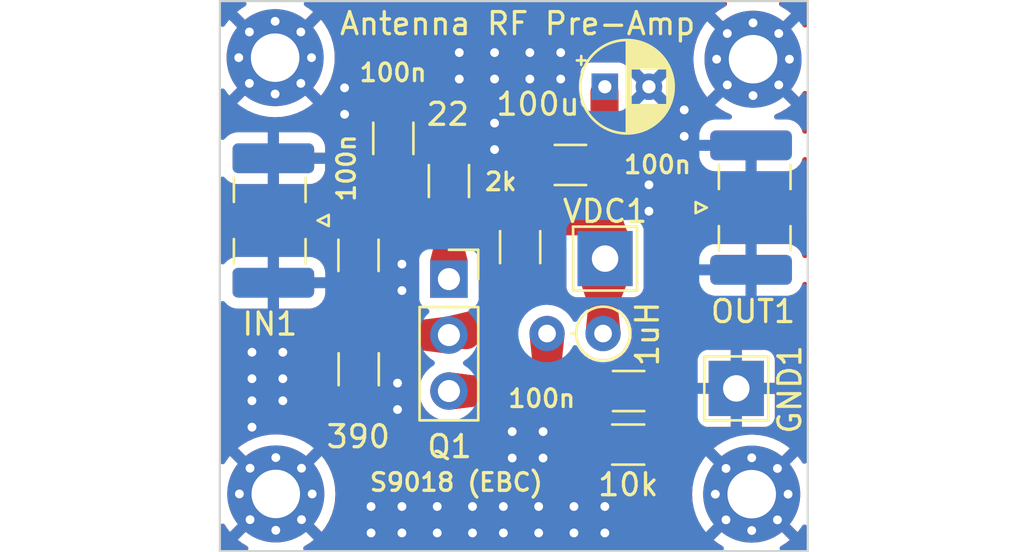
<source format=kicad_pcb>
(kicad_pcb (version 20240225) (generator "pcbnew") (generator_version "8.99")
  (layers (0 "F.Cu" signal) (31 "B.Cu" signal) (34 "B.Paste" user) (35 "F.Paste" user) (36 "B.SilkS" user "B.Silkscreen") (37 "F.SilkS" user "F.Silkscreen") (38 "B.Mask" user) (39 "F.Mask" user) (44 "Edge.Cuts" user))
  (net 0 "")
  (net 1 "GND")
  (net 2 "Net-(IN1-In)")
  (net 3 "Net-(OUT1-In)")
  (net 4 "+12V")
  (net 5 "Net-(Q1-B)")
  (net 6 "Net-(Q1-E)")
  (net 7 "Net-(Q1-C)")
  (footprint "Capacitor_SMD:C_1206_3216Metric_Pad1.33x1.80mm_HandSolder" (layer "F.Cu") (at 101.24 100.5)
    (property "Reference" "C2" (hide yes))
    (property "Value" "100n" (at 3.95 -0.01 180) (layer "F.SilkS") (effects (font (size 0.8 0.8))))
    (fp_line (start -0.711252 -0.91) (end 0.711252 -0.91) (stroke (width 0.12)) (layer "F.SilkS"))
    (fp_line (start -0.711252 0.91) (end 0.711252 0.91) (stroke (width 0.12)) (layer "F.SilkS"))
    (pad "1" smd roundrect (at -1.5625 0) (size 1.325 1.8) (layers "F.Cu" "F.Paste" "F.Mask") (roundrect_rratio 0.188679) (net 1 "GND"))
    (pad "2" smd roundrect (at 1.5625 0) (size 1.325 1.8) (layers "F.Cu" "F.Paste" "F.Mask") (roundrect_rratio 0.188679) (net 4 "+12V"))
  )
  (footprint "Resistor_SMD:R_1206_3216Metric_Pad1.30x1.75mm_HandSolder" (layer "F.Cu") (at 103.86 113.19)
    (property "Reference" "R2" (hide yes))
    (property "Value" "10k" (at 0 1.82 0) (layer "F.SilkS"))
    (fp_line (start -0.727064 -0.91) (end 0.727064 -0.91) (stroke (width 0.12)) (layer "F.SilkS"))
    (fp_line (start -0.727064 0.91) (end 0.727064 0.91) (stroke (width 0.12)) (layer "F.SilkS"))
    (pad "1" smd roundrect (at -1.55 0) (size 1.3 1.75) (layers "F.Cu" "F.Paste" "F.Mask") (roundrect_rratio 0.192308) (net 1 "GND"))
    (pad "2" smd roundrect (at 1.55 0) (size 1.3 1.75) (layers "F.Cu" "F.Paste" "F.Mask") (roundrect_rratio 0.192308) (net 3 "Net-(OUT1-In)"))
  )
  (footprint "TestPoint:TestPoint_THTPad_2.5x2.5mm_Drill1.2mm" (layer "F.Cu") (at 102.81 104.75)
    (property "Reference" "VDC1" (at 0 -2.148 0) (layer "F.SilkS"))
    (property "Value" "Conn_01x01" (hide yes))
    (fp_line (start -1.45 -1.45) (end 1.45 -1.45) (stroke (width 0.12)) (layer "F.SilkS"))
    (fp_line (start -1.45 1.45) (end -1.45 -1.45) (stroke (width 0.12)) (layer "F.SilkS"))
    (fp_line (start 1.45 -1.45) (end 1.45 1.45) (stroke (width 0.12)) (layer "F.SilkS"))
    (fp_line (start 1.45 1.45) (end -1.45 1.45) (stroke (width 0.12)) (layer "F.SilkS"))
    (pad "1" thru_hole rect (at 0 0) (size 2.5 2.5) (drill 1.2) (layers "*.Cu" "*.Mask") (net 4 "+12V"))
  )
  (footprint "Connector_PinSocket_2.54mm:PinSocket_1x03_P2.54mm_Vertical" (layer "F.Cu") (at 95.73 105.68)
    (property "Reference" "Q1" (at 0.03 7.6 0) (layer "F.SilkS"))
    (property "Value" "SS9018" (hide yes))
    (fp_line (start -1.33 1.27) (end -1.33 6.41) (stroke (width 0.12)) (layer "F.SilkS"))
    (fp_line (start -1.33 1.27) (end 1.33 1.27) (stroke (width 0.12)) (layer "F.SilkS"))
    (fp_line (start -1.33 6.41) (end 1.33 6.41) (stroke (width 0.12)) (layer "F.SilkS"))
    (fp_line (start 0 -1.33) (end 1.33 -1.33) (stroke (width 0.12)) (layer "F.SilkS"))
    (fp_line (start 1.33 -1.33) (end 1.33 0) (stroke (width 0.12)) (layer "F.SilkS"))
    (fp_line (start 1.33 1.27) (end 1.33 6.41) (stroke (width 0.12)) (layer "F.SilkS"))
    (pad "1" thru_hole rect (at 0 0) (size 1.7 1.7) (drill 1) (layers "*.Cu" "*.Mask") (net 6 "Net-(Q1-E)"))
    (pad "2" thru_hole oval (at 0 2.54) (size 1.7 1.7) (drill 1) (layers "*.Cu" "*.Mask") (net 5 "Net-(Q1-B)"))
    (pad "3" thru_hole oval (at 0 5.08) (size 1.7 1.7) (drill 1) (layers "*.Cu" "*.Mask") (net 7 "Net-(Q1-C)"))
  )
  (footprint "Capacitor_SMD:C_1206_3216Metric_Pad1.33x1.80mm_HandSolder" (layer "F.Cu") (at 91.63 104.6025 -90)
    (property "Reference" "C1" (hide yes))
    (property "Value" "100n" (at -3.9625 0.55 90) (layer "F.SilkS") (effects (font (size 0.8 0.8))))
    (fp_line (start -0.711252 0.91) (end 0.711252 0.91) (stroke (width 0.12)) (layer "F.SilkS"))
    (fp_line (start -0.711252 -0.91) (end 0.711252 -0.91) (stroke (width 0.12)) (layer "F.SilkS"))
    (pad "1" smd roundrect (at -1.5625 0 270) (size 1.325 1.8) (layers "F.Cu" "F.Paste" "F.Mask") (roundrect_rratio 0.188679) (net 2 "Net-(IN1-In)"))
    (pad "2" smd roundrect (at 1.5625 0 270) (size 1.325 1.8) (layers "F.Cu" "F.Paste" "F.Mask") (roundrect_rratio 0.188679) (net 5 "Net-(Q1-B)"))
  )
  (footprint "Resistor_SMD:R_1206_3216Metric_Pad1.30x1.75mm_HandSolder" (layer "F.Cu") (at 95.73 101.23 -90)
    (property "Reference" "R5" (hide yes))
    (property "Value" "22" (at -3.03 0.05 180) (layer "F.SilkS"))
    (fp_line (start -0.727064 0.91) (end 0.727064 0.91) (stroke (width 0.12)) (layer "F.SilkS"))
    (fp_line (start -0.727064 -0.91) (end 0.727064 -0.91) (stroke (width 0.12)) (layer "F.SilkS"))
    (pad "1" smd roundrect (at -1.55 0 270) (size 1.3 1.75) (layers "F.Cu" "F.Paste" "F.Mask") (roundrect_rratio 0.1923076923) (net 1 "GND"))
    (pad "2" smd roundrect (at 1.55 0 270) (size 1.3 1.75) (layers "F.Cu" "F.Paste" "F.Mask") (roundrect_rratio 0.1923076923) (net 6 "Net-(Q1-E)"))
  )
  (footprint "Connector_Coaxial:SMA_Samtec_SMA-J-P-H-ST-EM1_EdgeMount" (layer "F.Cu") (at 109.68 102.435)
    (property "Reference" "OUT1" (at -0.16 4.715 180) (layer "F.SilkS"))
    (property "Value" "SMA" (hide yes))
    (fp_line (start -2.76 -0.25) (end -2.76 0.25) (stroke (width 0.12)) (layer "F.SilkS"))
    (fp_line (start -2.76 0.25) (end -2.26 0) (stroke (width 0.12)) (layer "F.SilkS"))
    (fp_line (start -2.26 0) (end -2.76 -0.25) (stroke (width 0.12)) (layer "F.SilkS"))
    (fp_line (start -1.71 -0.84) (end -1.71 -1.95) (stroke (width 0.12)) (layer "F.SilkS"))
    (fp_line (start -1.71 1.95) (end -1.71 0.84) (stroke (width 0.12)) (layer "F.SilkS"))
    (fp_line (start 1.54 -0.84) (end 1.54 -1.95) (stroke (width 0.12)) (layer "F.SilkS"))
    (fp_line (start 1.54 1.95) (end 1.54 0.84) (stroke (width 0.12)) (layer "F.SilkS"))
    (pad "1" smd roundrect (at 0 0 90) (size 1.27 3.2) (layers "F.Cu" "F.Mask") (roundrect_rratio 0.1968503937) (net 3 "Net-(OUT1-In)"))
    (pad "2" smd roundrect (at -0.25 -2.825 90) (size 1.35 3.7) (layers "F.Cu" "F.Mask") (roundrect_rratio 0.1851851852) (net 1 "GND"))
    (pad "2" smd roundrect (at -0.25 -2.825 90) (size 1.35 3.7) (layers "B.Cu" "B.Mask") (roundrect_rratio 0.1851851852) (net 1 "GND"))
    (pad "2" smd roundrect (at -0.25 2.825 90) (size 1.35 3.7) (layers "F.Cu" "F.Mask") (roundrect_rratio 0.1851851852) (net 1 "GND"))
    (pad "2" smd roundrect (at -0.25 2.825 90) (size 1.35 3.7) (layers "B.Cu" "B.Mask") (roundrect_rratio 0.1851851852) (net 1 "GND"))
  )
  (footprint "Connector_Coaxial:SMA_Samtec_SMA-J-P-H-ST-EM1_EdgeMount" (layer "F.Cu") (at 87.52 103.02 180)
    (property "Reference" "IN1" (at -0.09 -4.7 0) (layer "F.SilkS"))
    (property "Value" "SMA")
    (fp_line (start 1.54 1.95) (end 1.54 0.84) (stroke (width 0.12)) (layer "F.SilkS"))
    (fp_line (start 1.54 -0.84) (end 1.54 -1.95) (stroke (width 0.12)) (layer "F.SilkS"))
    (fp_line (start -1.71 1.95) (end -1.71 0.84) (stroke (width 0.12)) (layer "F.SilkS"))
    (fp_line (start -1.71 -0.84) (end -1.71 -1.95) (stroke (width 0.12)) (layer "F.SilkS"))
    (fp_line (start -2.26 0) (end -2.76 -0.25) (stroke (width 0.12)) (layer "F.SilkS"))
    (fp_line (start -2.76 0.25) (end -2.26 0) (stroke (width 0.12)) (layer "F.SilkS"))
    (fp_line (start -2.76 -0.25) (end -2.76 0.25) (stroke (width 0.12)) (layer "F.SilkS"))
    (pad "1" smd roundrect (at 0 0 270) (size 1.27 3.2) (layers "F.Cu" "F.Mask") (roundrect_rratio 0.1968503937) (net 2 "Net-(IN1-In)"))
    (pad "2" smd roundrect (at -0.25 -2.825 270) (size 1.35 3.7) (layers "F.Cu" "F.Mask") (roundrect_rratio 0.1851851852) (net 1 "GND"))
    (pad "2" smd roundrect (at -0.25 -2.825 270) (size 1.35 3.7) (layers "B.Cu" "B.Mask") (roundrect_rratio 0.1851851852) (net 1 "GND"))
    (pad "2" smd roundrect (at -0.25 2.825 270) (size 1.35 3.7) (layers "F.Cu" "F.Mask") (roundrect_rratio 0.1851851852) (net 1 "GND"))
    (pad "2" smd roundrect (at -0.25 2.825 270) (size 1.35 3.7) (layers "B.Cu" "B.Mask") (roundrect_rratio 0.1851851852) (net 1 "GND"))
  )
  (footprint "MountingHole:MountingHole_2.2mm_M2_Pad_Via" (layer "F.Cu") (at 87.85 95.63)
    (property "Reference" "H1" (hide yes))
    (property "Value" "MountingHole_Pad" (hide yes))
    (pad "1" thru_hole circle (at -1.65 0) (size 0.7 0.7) (drill 0.4) (layers "*.Cu" "*.Mask") (net 1 "GND"))
    (pad "1" thru_hole circle (at -1.166726 -1.166726) (size 0.7 0.7) (drill 0.4) (layers "*.Cu" "*.Mask") (net 1 "GND"))
    (pad "1" thru_hole circle (at -1.166726 1.166726) (size 0.7 0.7) (drill 0.4) (layers "*.Cu" "*.Mask") (net 1 "GND"))
    (pad "1" thru_hole circle (at 0 -1.65) (size 0.7 0.7) (drill 0.4) (layers "*.Cu" "*.Mask") (net 1 "GND"))
    (pad "1" thru_hole circle (at 0 0) (size 4.4 4.4) (drill 2.2) (layers "*.Cu" "*.Mask") (net 1 "GND"))
    (pad "1" thru_hole circle (at 0 1.65) (size 0.7 0.7) (drill 0.4) (layers "*.Cu" "*.Mask") (net 1 "GND"))
    (pad "1" thru_hole circle (at 1.166726 -1.166726) (size 0.7 0.7) (drill 0.4) (layers "*.Cu" "*.Mask") (net 1 "GND"))
    (pad "1" thru_hole circle (at 1.166726 1.166726) (size 0.7 0.7) (drill 0.4) (layers "*.Cu" "*.Mask") (net 1 "GND"))
    (pad "1" thru_hole circle (at 1.65 0) (size 0.7 0.7) (drill 0.4) (layers "*.Cu" "*.Mask") (net 1 "GND"))
  )
  (footprint "Capacitor_THT:CP_Radial_D4.0mm_P2.00mm" (layer "F.Cu") (at 102.8 96.95)
    (property "Reference" "C3" (hide yes))
    (property "Value" "100u" (at -3.03 0.79 0) (layer "F.SilkS"))
    (fp_line (start -1.269801 -1.195) (end -0.869801 -1.195) (stroke (width 0.12)) (layer "F.SilkS"))
    (fp_line (start -1.069801 -1.395) (end -1.069801 -0.995) (stroke (width 0.12)) (layer "F.SilkS"))
    (fp_line (start 1 -2.08) (end 1 2.08) (stroke (width 0.12)) (layer "F.SilkS"))
    (fp_line (start 1.04 -2.08) (end 1.04 2.08) (stroke (width 0.12)) (layer "F.SilkS"))
    (fp_line (start 1.08 -2.079) (end 1.08 2.079) (stroke (width 0.12)) (layer "F.SilkS"))
    (fp_line (start 1.12 -2.077) (end 1.12 2.077) (stroke (width 0.12)) (layer "F.SilkS"))
    (fp_line (start 1.16 -2.074) (end 1.16 2.074) (stroke (width 0.12)) (layer "F.SilkS"))
    (fp_line (start 1.2 -2.071) (end 1.2 -0.84) (stroke (width 0.12)) (layer "F.SilkS"))
    (fp_line (start 1.2 0.84) (end 1.2 2.071) (stroke (width 0.12)) (layer "F.SilkS"))
    (fp_line (start 1.24 -2.067) (end 1.24 -0.84) (stroke (width 0.12)) (layer "F.SilkS"))
    (fp_line (start 1.24 0.84) (end 1.24 2.067) (stroke (width 0.12)) (layer "F.SilkS"))
    (fp_line (start 1.28 -2.062) (end 1.28 -0.84) (stroke (width 0.12)) (layer "F.SilkS"))
    (fp_line (start 1.28 0.84) (end 1.28 2.062) (stroke (width 0.12)) (layer "F.SilkS"))
    (fp_line (start 1.32 -2.056) (end 1.32 -0.84) (stroke (width 0.12)) (layer "F.SilkS"))
    (fp_line (start 1.32 0.84) (end 1.32 2.056) (stroke (width 0.12)) (layer "F.SilkS"))
    (fp_line (start 1.36 -2.05) (end 1.36 -0.84) (stroke (width 0.12)) (layer "F.SilkS"))
    (fp_line (start 1.36 0.84) (end 1.36 2.05) (stroke (width 0.12)) (layer "F.SilkS"))
    (fp_line (start 1.4 -2.042) (end 1.4 -0.84) (stroke (width 0.12)) (layer "F.SilkS"))
    (fp_line (start 1.4 0.84) (end 1.4 2.042) (stroke (width 0.12)) (layer "F.SilkS"))
    (fp_line (start 1.44 -2.034) (end 1.44 -0.84) (stroke (width 0.12)) (layer "F.SilkS"))
    (fp_line (start 1.44 0.84) (end 1.44 2.034) (stroke (width 0.12)) (layer "F.SilkS"))
    (fp_line (start 1.48 -2.025) (end 1.48 -0.84) (stroke (width 0.12)) (layer "F.SilkS"))
    (fp_line (start 1.48 0.84) (end 1.48 2.025) (stroke (width 0.12)) (layer "F.SilkS"))
    (fp_line (start 1.52 -2.016) (end 1.52 -0.84) (stroke (width 0.12)) (layer "F.SilkS"))
    (fp_line (start 1.52 0.84) (end 1.52 2.016) (stroke (width 0.12)) (layer "F.SilkS"))
    (fp_line (start 1.56 -2.005) (end 1.56 -0.84) (stroke (width 0.12)) (layer "F.SilkS"))
    (fp_line (start 1.56 0.84) (end 1.56 2.005) (stroke (width 0.12)) (layer "F.SilkS"))
    (fp_line (start 1.6 -1.994) (end 1.6 -0.84) (stroke (width 0.12)) (layer "F.SilkS"))
    (fp_line (start 1.6 0.84) (end 1.6 1.994) (stroke (width 0.12)) (layer "F.SilkS"))
    (fp_line (start 1.64 -1.982) (end 1.64 -0.84) (stroke (width 0.12)) (layer "F.SilkS"))
    (fp_line (start 1.64 0.84) (end 1.64 1.982) (stroke (width 0.12)) (layer "F.SilkS"))
    (fp_line (start 1.68 -1.968) (end 1.68 -0.84) (stroke (width 0.12)) (layer "F.SilkS"))
    (fp_line (start 1.68 0.84) (end 1.68 1.968) (stroke (width 0.12)) (layer "F.SilkS"))
    (fp_line (start 1.721 -1.954) (end 1.721 -0.84) (stroke (width 0.12)) (layer "F.SilkS"))
    (fp_line (start 1.721 0.84) (end 1.721 1.954) (stroke (width 0.12)) (layer "F.SilkS"))
    (fp_line (start 1.761 -1.94) (end 1.761 -0.84) (stroke (width 0.12)) (layer "F.SilkS"))
    (fp_line (start 1.761 0.84) (end 1.761 1.94) (stroke (width 0.12)) (layer "F.SilkS"))
    (fp_line (start 1.801 -1.924) (end 1.801 -0.84) (stroke (width 0.12)) (layer "F.SilkS"))
    (fp_line (start 1.801 0.84) (end 1.801 1.924) (stroke (width 0.12)) (layer "F.SilkS"))
    (fp_line (start 1.841 -1.907) (end 1.841 -0.84) (stroke (width 0.12)) (layer "F.SilkS"))
    (fp_line (start 1.841 0.84) (end 1.841 1.907) (stroke (width 0.12)) (layer "F.SilkS"))
    (fp_line (start 1.881 -1.889) (end 1.881 -0.84) (stroke (width 0.12)) (layer "F.SilkS"))
    (fp_line (start 1.881 0.84) (end 1.881 1.889) (stroke (width 0.12)) (layer "F.SilkS"))
    (fp_line (start 1.921 -1.87) (end 1.921 -0.84) (stroke (width 0.12)) (layer "F.SilkS"))
    (fp_line (start 1.921 0.84) (end 1.921 1.87) (stroke (width 0.12)) (layer "F.SilkS"))
    (fp_line (start 1.961 -1.851) (end 1.961 -0.84) (stroke (width 0.12)) (layer "F.SilkS"))
    (fp_line (start 1.961 0.84) (end 1.961 1.851) (stroke (width 0.12)) (layer "F.SilkS"))
    (fp_line (start 2.001 -1.83) (end 2.001 -0.84) (stroke (width 0.12)) (layer "F.SilkS"))
    (fp_line (start 2.001 0.84) (end 2.001 1.83) (stroke (width 0.12)) (layer "F.SilkS"))
    (fp_line (start 2.041 -1.808) (end 2.041 -0.84) (stroke (width 0.12)) (layer "F.SilkS"))
    (fp_line (start 2.041 0.84) (end 2.041 1.808) (stroke (width 0.12)) (layer "F.SilkS"))
    (fp_line (start 2.081 -1.785) (end 2.081 -0.84) (stroke (width 0.12)) (layer "F.SilkS"))
    (fp_line (start 2.081 0.84) (end 2.081 1.785) (stroke (width 0.12)) (layer "F.SilkS"))
    (fp_line (start 2.121 -1.76) (end 2.121 -0.84) (stroke (width 0.12)) (layer "F.SilkS"))
    (fp_line (start 2.121 0.84) (end 2.121 1.76) (stroke (width 0.12)) (layer "F.SilkS"))
    (fp_line (start 2.161 -1.735) (end 2.161 -0.84) (stroke (width 0.12)) (layer "F.SilkS"))
    (fp_line (start 2.161 0.84) (end 2.161 1.735) (stroke (width 0.12)) (layer "F.SilkS"))
    (fp_line (start 2.201 -1.708) (end 2.201 -0.84) (stroke (width 0.12)) (layer "F.SilkS"))
    (fp_line (start 2.201 0.84) (end 2.201 1.708) (stroke (width 0.12)) (layer "F.SilkS"))
    (fp_line (start 2.241 -1.68) (end 2.241 -0.84) (stroke (width 0.12)) (layer "F.SilkS"))
    (fp_line (start 2.241 0.84) (end 2.241 1.68) (stroke (width 0.12)) (layer "F.SilkS"))
    (fp_line (start 2.281 -1.65) (end 2.281 -0.84) (stroke (width 0.12)) (layer "F.SilkS"))
    (fp_line (start 2.281 0.84) (end 2.281 1.65) (stroke (width 0.12)) (layer "F.SilkS"))
    (fp_line (start 2.321 -1.619) (end 2.321 -0.84) (stroke (width 0.12)) (layer "F.SilkS"))
    (fp_line (start 2.321 0.84) (end 2.321 1.619) (stroke (width 0.12)) (layer "F.SilkS"))
    (fp_line (start 2.361 -1.587) (end 2.361 -0.84) (stroke (width 0.12)) (layer "F.SilkS"))
    (fp_line (start 2.361 0.84) (end 2.361 1.587) (stroke (width 0.12)) (layer "F.SilkS"))
    (fp_line (start 2.401 -1.552) (end 2.401 -0.84) (stroke (width 0.12)) (layer "F.SilkS"))
    (fp_line (start 2.401 0.84) (end 2.401 1.552) (stroke (width 0.12)) (layer "F.SilkS"))
    (fp_line (start 2.441 -1.516) (end 2.441 -0.84) (stroke (width 0.12)) (layer "F.SilkS"))
    (fp_line (start 2.441 0.84) (end 2.441 1.516) (stroke (width 0.12)) (layer "F.SilkS"))
    (fp_line (start 2.481 -1.478) (end 2.481 -0.84) (stroke (width 0.12)) (layer "F.SilkS"))
    (fp_line (start 2.481 0.84) (end 2.481 1.478) (stroke (width 0.12)) (layer "F.SilkS"))
    (fp_line (start 2.521 -1.438) (end 2.521 -0.84) (stroke (width 0.12)) (layer "F.SilkS"))
    (fp_line (start 2.521 0.84) (end 2.521 1.438) (stroke (width 0.12)) (layer "F.SilkS"))
    (fp_line (start 2.561 -1.396) (end 2.561 -0.84) (stroke (width 0.12)) (layer "F.SilkS"))
    (fp_line (start 2.561 0.84) (end 2.561 1.396) (stroke (width 0.12)) (layer "F.SilkS"))
    (fp_line (start 2.601 -1.351) (end 2.601 -0.84) (stroke (width 0.12)) (layer "F.SilkS"))
    (fp_line (start 2.601 0.84) (end 2.601 1.351) (stroke (width 0.12)) (layer "F.SilkS"))
    (fp_line (start 2.641 -1.304) (end 2.641 -0.84) (stroke (width 0.12)) (layer "F.SilkS"))
    (fp_line (start 2.641 0.84) (end 2.641 1.304) (stroke (width 0.12)) (layer "F.SilkS"))
    (fp_line (start 2.681 -1.254) (end 2.681 -0.84) (stroke (width 0.12)) (layer "F.SilkS"))
    (fp_line (start 2.681 0.84) (end 2.681 1.254) (stroke (width 0.12)) (layer "F.SilkS"))
    (fp_line (start 2.721 -1.2) (end 2.721 -0.84) (stroke (width 0.12)) (layer "F.SilkS"))
    (fp_line (start 2.721 0.84) (end 2.721 1.2) (stroke (width 0.12)) (layer "F.SilkS"))
    (fp_line (start 2.761 -1.142) (end 2.761 -0.84) (stroke (width 0.12)) (layer "F.SilkS"))
    (fp_line (start 2.761 0.84) (end 2.761 1.142) (stroke (width 0.12)) (layer "F.SilkS"))
    (fp_line (start 2.801 -1.08) (end 2.801 -0.84) (stroke (width 0.12)) (layer "F.SilkS"))
    (fp_line (start 2.801 0.84) (end 2.801 1.08) (stroke (width 0.12)) (layer "F.SilkS"))
    (fp_line (start 2.841 -1.013) (end 2.841 1.013) (stroke (width 0.12)) (layer "F.SilkS"))
    (fp_line (start 2.881 -0.94) (end 2.881 0.94) (stroke (width 0.12)) (layer "F.SilkS"))
    (fp_line (start 2.921 -0.859) (end 2.921 0.859) (stroke (width 0.12)) (layer "F.SilkS"))
    (fp_line (start 2.961 -0.768) (end 2.961 0.768) (stroke (width 0.12)) (layer "F.SilkS"))
    (fp_line (start 3.001 -0.664) (end 3.001 0.664) (stroke (width 0.12)) (layer "F.SilkS"))
    (fp_line (start 3.041 -0.537) (end 3.041 0.537) (stroke (width 0.12)) (layer "F.SilkS"))
    (fp_line (start 3.081 -0.37) (end 3.081 0.37) (stroke (width 0.12)) (layer "F.SilkS"))
    (fp_circle (center 1 0) (end 3.12 0) (stroke (width 0.12)) (fill none) (layer "F.SilkS"))
    (pad "1" thru_hole rect (at 0 0) (size 1.2 1.2) (drill 0.6) (layers "*.Cu" "*.Mask") (net 4 "+12V"))
    (pad "2" thru_hole circle (at 2 0) (size 1.2 1.2) (drill 0.6) (layers "*.Cu" "*.Mask") (net 1 "GND"))
  )
  (footprint "TestPoint:TestPoint_THTPad_2.5x2.5mm_Drill1.2mm" (layer "F.Cu") (at 108.76 110.64)
    (property "Reference" "GND1" (at 2.43 0.05 90) (layer "F.SilkS"))
    (property "Value" "Conn_01x01" (hide yes))
    (fp_line (start -1.45 -1.45) (end 1.45 -1.45) (stroke (width 0.12)) (layer "F.SilkS"))
    (fp_line (start -1.45 1.45) (end -1.45 -1.45) (stroke (width 0.12)) (layer "F.SilkS"))
    (fp_line (start 1.45 -1.45) (end 1.45 1.45) (stroke (width 0.12)) (layer "F.SilkS"))
    (fp_line (start 1.45 1.45) (end -1.45 1.45) (stroke (width 0.12)) (layer "F.SilkS"))
    (pad "1" thru_hole rect (at 0 0) (size 2.5 2.5) (drill 1.2) (layers "*.Cu" "*.Mask") (net 1 "GND"))
  )
  (footprint "MountingHole:MountingHole_2.2mm_M2_Pad_Via" (layer "F.Cu") (at 109.52 95.7)
    (property "Reference" "H2" (hide yes))
    (property "Value" "MountingHole_Pad" (hide yes))
    (pad "1" thru_hole circle (at -1.65 0) (size 0.7 0.7) (drill 0.4) (layers "*.Cu" "*.Mask") (net 1 "GND"))
    (pad "1" thru_hole circle (at -1.166726 -1.166726) (size 0.7 0.7) (drill 0.4) (layers "*.Cu" "*.Mask") (net 1 "GND"))
    (pad "1" thru_hole circle (at -1.166726 1.166726) (size 0.7 0.7) (drill 0.4) (layers "*.Cu" "*.Mask") (net 1 "GND"))
    (pad "1" thru_hole circle (at 0 -1.65) (size 0.7 0.7) (drill 0.4) (layers "*.Cu" "*.Mask") (net 1 "GND"))
    (pad "1" thru_hole circle (at 0 0) (size 4.4 4.4) (drill 2.2) (layers "*.Cu" "*.Mask") (net 1 "GND"))
    (pad "1" thru_hole circle (at 0 1.65) (size 0.7 0.7) (drill 0.4) (layers "*.Cu" "*.Mask") (net 1 "GND"))
    (pad "1" thru_hole circle (at 1.166726 -1.166726) (size 0.7 0.7) (drill 0.4) (layers "*.Cu" "*.Mask") (net 1 "GND"))
    (pad "1" thru_hole circle (at 1.166726 1.166726) (size 0.7 0.7) (drill 0.4) (layers "*.Cu" "*.Mask") (net 1 "GND"))
    (pad "1" thru_hole circle (at 1.65 0) (size 0.7 0.7) (drill 0.4) (layers "*.Cu" "*.Mask") (net 1 "GND"))
  )
  (footprint "Capacitor_SMD:C_1206_3216Metric_Pad1.33x1.80mm_HandSolder" (layer "F.Cu") (at 103.88 110.76)
    (property "Reference" "C5" (hide yes))
    (property "Value" "100n" (at -3.94 0.34 0) (layer "F.SilkS") (effects (font (size 0.8 0.8))))
    (fp_line (start -0.711252 -0.91) (end 0.711252 -0.91) (stroke (width 0.12)) (layer "F.SilkS"))
    (fp_line (start -0.711252 0.91) (end 0.711252 0.91) (stroke (width 0.12)) (layer "F.SilkS"))
    (pad "1" smd roundrect (at -1.5625 0) (size 1.325 1.8) (layers "F.Cu" "F.Paste" "F.Mask") (roundrect_rratio 0.188679) (net 7 "Net-(Q1-C)"))
    (pad "2" smd roundrect (at 1.5625 0) (size 1.325 1.8) (layers "F.Cu" "F.Paste" "F.Mask") (roundrect_rratio 0.188679) (net 3 "Net-(OUT1-In)"))
  )
  (footprint "Capacitor_SMD:C_1206_3216Metric_Pad1.33x1.80mm_HandSolder" (layer "F.Cu") (at 93.21 99.2925 -90)
    (property "Reference" "C4" (hide yes))
    (property "Value" "100n" (at -2.9825 0.01 180) (layer "F.SilkS") (effects (font (size 0.8 0.8))))
    (fp_line (start -0.711252 0.91) (end 0.711252 0.91) (stroke (width 0.12)) (layer "F.SilkS"))
    (fp_line (start -0.711252 -0.91) (end 0.711252 -0.91) (stroke (width 0.12)) (layer "F.SilkS"))
    (pad "1" smd roundrect (at -1.5625 0 270) (size 1.325 1.8) (layers "F.Cu" "F.Paste" "F.Mask") (roundrect_rratio 0.188679) (net 1 "GND"))
    (pad "2" smd roundrect (at 1.5625 0 270) (size 1.325 1.8) (layers "F.Cu" "F.Paste" "F.Mask") (roundrect_rratio 0.188679) (net 6 "Net-(Q1-E)"))
  )
  (footprint "MountingHole:MountingHole_2.2mm_M2_Pad_Via" (layer "F.Cu") (at 87.88 115.43)
    (property "Reference" "H3" (hide yes))
    (property "Value" "MountingHole_Pad" (hide yes))
    (pad "1" thru_hole circle (at -1.65 0) (size 0.7 0.7) (drill 0.4) (layers "*.Cu" "*.Mask") (net 1 "GND"))
    (pad "1" thru_hole circle (at -1.166726 -1.166726) (size 0.7 0.7) (drill 0.4) (layers "*.Cu" "*.Mask") (net 1 "GND"))
    (pad "1" thru_hole circle (at -1.166726 1.166726) (size 0.7 0.7) (drill 0.4) (layers "*.Cu" "*.Mask") (net 1 "GND"))
    (pad "1" thru_hole circle (at 0 -1.65) (size 0.7 0.7) (drill 0.4) (layers "*.Cu" "*.Mask") (net 1 "GND"))
    (pad "1" thru_hole circle (at 0 0) (size 4.4 4.4) (drill 2.2) (layers "*.Cu" "*.Mask") (net 1 "GND"))
    (pad "1" thru_hole circle (at 0 1.65) (size 0.7 0.7) (drill 0.4) (layers "*.Cu" "*.Mask") (net 1 "GND"))
    (pad "1" thru_hole circle (at 1.166726 -1.166726) (size 0.7 0.7) (drill 0.4) (layers "*.Cu" "*.Mask") (net 1 "GND"))
    (pad "1" thru_hole circle (at 1.166726 1.166726) (size 0.7 0.7) (drill 0.4) (layers "*.Cu" "*.Mask") (net 1 "GND"))
    (pad "1" thru_hole circle (at 1.65 0) (size 0.7 0.7) (drill 0.4) (layers "*.Cu" "*.Mask") (net 1 "GND"))
  )
  (footprint "Inductor_THT:L_Axial_L5.3mm_D2.2mm_P2.54mm_Vertical_Vishay_IM-1" (layer "F.Cu") (at 102.72 108.15 180)
    (property "Reference" "L1" (hide yes))
    (property "Value" "1uH" (at -2.01 -0.02 -90) (layer "F.SilkS"))
    (fp_line (start 1.22 0) (end 1.44 0) (stroke (width 0.12)) (layer "F.SilkS"))
    (fp_circle (center 0 0) (end 1.22 0) (stroke (width 0.12)) (fill none) (layer "F.SilkS"))
    (pad "1" thru_hole circle (at 0 0 180) (size 1.6 1.6) (drill 0.8) (layers "*.Cu" "*.Mask") (net 4 "+12V"))
    (pad "2" thru_hole oval (at 2.54 0 180) (size 1.6 1.6) (drill 0.8) (layers "*.Cu" "*.Mask") (net 7 "Net-(Q1-C)"))
  )
  (footprint "Resistor_SMD:R_1206_3216Metric_Pad1.30x1.75mm_HandSolder" (layer "F.Cu") (at 98.96 104.23 -90)
    (property "Reference" "R3" (hide yes))
    (property "Value" "2k" (at -2.97 0.88 180) (layer "F.SilkS") (effects (font (size 0.8 0.8))))
    (fp_line (start -0.727064 0.91) (end 0.727064 0.91) (stroke (width 0.12)) (layer "F.SilkS"))
    (fp_line (start -0.727064 -0.91) (end 0.727064 -0.91) (stroke (width 0.12)) (layer "F.SilkS"))
    (pad "1" smd roundrect (at -1.55 0 270) (size 1.3 1.75) (layers "F.Cu" "F.Paste" "F.Mask") (roundrect_rratio 0.192308) (net 4 "+12V"))
    (pad "2" smd roundrect (at 1.55 0 270) (size 1.3 1.75) (layers "F.Cu" "F.Paste" "F.Mask") (roundrect_rratio 0.192308) (net 5 "Net-(Q1-B)"))
  )
  (footprint "Resistor_SMD:R_1206_3216Metric_Pad1.30x1.75mm_HandSolder" (layer "F.Cu") (at 91.64 109.77 90)
    (property "Reference" "R4" (hide yes))
    (property "Value" "390" (at -3.06 -0.02 0) (layer "F.SilkS"))
    (fp_line (start -0.727064 -0.91) (end 0.727064 -0.91) (stroke (width 0.12)) (layer "F.SilkS"))
    (fp_line (start -0.727064 0.91) (end 0.727064 0.91) (stroke (width 0.12)) (layer "F.SilkS"))
    (pad "1" smd roundrect (at -1.55 0 90) (size 1.3 1.75) (layers "F.Cu" "F.Paste" "F.Mask") (roundrect_rratio 0.192308) (net 1 "GND"))
    (pad "2" smd roundrect (at 1.55 0 90) (size 1.3 1.75) (layers "F.Cu" "F.Paste" "F.Mask") (roundrect_rratio 0.192308) (net 5 "Net-(Q1-B)"))
  )
  (footprint "MountingHole:MountingHole_2.2mm_M2_Pad_Via" (layer "F.Cu") (at 109.46 115.44)
    (property "Reference" "H4" (hide yes))
    (property "Value" "MountingHole_Pad" (hide yes))
    (pad "1" thru_hole circle (at -1.65 0) (size 0.7 0.7) (drill 0.4) (layers "*.Cu" "*.Mask") (net 1 "GND"))
    (pad "1" thru_hole circle (at -1.166726 -1.166726) (size 0.7 0.7) (drill 0.4) (layers "*.Cu" "*.Mask") (net 1 "GND"))
    (pad "1" thru_hole circle (at -1.166726 1.166726) (size 0.7 0.7) (drill 0.4) (layers "*.Cu" "*.Mask") (net 1 "GND"))
    (pad "1" thru_hole circle (at 0 -1.65) (size 0.7 0.7) (drill 0.4) (layers "*.Cu" "*.Mask") (net 1 "GND"))
    (pad "1" thru_hole circle (at 0 0) (size 4.4 4.4) (drill 2.2) (layers "*.Cu" "*.Mask") (net 1 "GND"))
    (pad "1" thru_hole circle (at 0 1.65) (size 0.7 0.7) (drill 0.4) (layers "*.Cu" "*.Mask") (net 1 "GND"))
    (pad "1" thru_hole circle (at 1.166726 -1.166726) (size 0.7 0.7) (drill 0.4) (layers "*.Cu" "*.Mask") (net 1 "GND"))
    (pad "1" thru_hole circle (at 1.166726 1.166726) (size 0.7 0.7) (drill 0.4) (layers "*.Cu" "*.Mask") (net 1 "GND"))
    (pad "1" thru_hole circle (at 1.65 0) (size 0.7 0.7) (drill 0.4) (layers "*.Cu" "*.Mask") (net 1 "GND"))
  )
  (gr_rect (start 85.344 93.063) (end 112.0006 118.028) (stroke (width 0.1)) (fill none) (layer "Edge.Cuts"))
  (gr_text "S9018 (EBC)" (at 92.06 115.37 0) (layer "F.SilkS") (effects (font (size 0.8 0.8)) (justify left bottom)))
  (gr_text "Antenna RF Pre-Amp" (at 90.7 94.67 0) (layer "F.SilkS") (effects (font (size 1 1)) (justify left bottom)))
  (via (at 88.2 110.2) (size 0.8) (drill 0.4) (layers "F.Cu" "B.Cu") (net 1))
  (via (at 96.2 96.6) (size 0.8) (drill 0.4) (layers "F.Cu" "B.Cu") (net 1))
  (via (at 99.8 117.2) (size 0.8) (drill 0.4) (layers "F.Cu" "B.Cu") (net 1))
  (via (at 99.4 96.6) (size 0.8) (drill 0.4) (layers "F.Cu" "B.Cu") (net 1))
  (via (at 93.6 116) (size 0.8) (drill 0.4) (layers "F.Cu" "B.Cu") (net 1))
  (via (at 86.8 111.2) (size 0.8) (drill 0.4) (layers "F.Cu" "B.Cu") (net 1))
  (via (at 102.8 116) (size 0.8) (drill 0.4) (layers "F.Cu" "B.Cu") (net 1))
  (via (at 93.6 106.2) (size 0.8) (drill 0.4) (layers "F.Cu" "B.Cu") (net 1))
  (via (at 98.6 113.8) (size 0.8) (drill 0.4) (layers "F.Cu" "B.Cu") (net 1))
  (via (at 93.4 110.4) (size 0.8) (drill 0.4) (layers "F.Cu" "B.Cu") (net 1))
  (via (at 104.8 101.4) (size 0.8) (drill 0.4) (layers "F.Cu" "B.Cu") (net 1))
  (via (at 95.2 117.2) (size 0.8) (drill 0.4) (layers "F.Cu" "B.Cu") (net 1))
  (via (at 92.2 116) (size 0.8) (drill 0.4) (layers "F.Cu" "B.Cu") (net 1))
  (via (at 96.8 117.2) (size 0.8) (drill 0.4) (layers "F.Cu" "B.Cu") (net 1))
  (via (at 93.6 105) (size 0.8) (drill 0.4) (layers "F.Cu" "B.Cu") (net 1))
  (via (at 86.8 112.4) (size 0.8) (drill 0.4) (layers "F.Cu" "B.Cu") (net 1))
  (via (at 97.8 95.4) (size 0.8) (drill 0.4) (layers "F.Cu" "B.Cu") (net 1))
  (via (at 86.8 109) (size 0.8) (drill 0.4) (layers "F.Cu" "B.Cu") (net 1))
  (via (at 91 97) (size 0.8) (drill 0.4) (layers "F.Cu" "B.Cu") (net 1))
  (via (at 96.8 116) (size 0.8) (drill 0.4) (layers "F.Cu" "B.Cu") (net 1))
  (via (at 93.6 117.2) (size 0.8) (drill 0.4) (layers "F.Cu" "B.Cu") (net 1))
  (via (at 95.2 116) (size 0.8) (drill 0.4) (layers "F.Cu" "B.Cu") (net 1))
  (via (at 100 113.8) (size 0.8) (drill 0.4) (layers "F.Cu" "B.Cu") (net 1))
  (via (at 97.8 99.8) (size 0.8) (drill 0.4) (layers "F.Cu" "B.Cu") (net 1))
  (via (at 99.8 116) (size 0.8) (drill 0.4) (layers "F.Cu" "B.Cu") (net 1))
  (via (at 100.8 95.4) (size 0.8) (drill 0.4) (layers "F.Cu" "B.Cu") (net 1))
  (via (at 98.2 116) (size 0.8) (drill 0.4) (layers "F.Cu" "B.Cu") (net 1))
  (via (at 97.8 98.6) (size 0.8) (drill 0.4) (layers "F.Cu" "B.Cu") (net 1))
  (via (at 104.8 102.6) (size 0.8) (drill 0.4) (layers "F.Cu" "B.Cu") (net 1))
  (via (at 92.2 117.2) (size 0.8) (drill 0.4) (layers "F.Cu" "B.Cu") (net 1))
  (via (at 101.4 116) (size 0.8) (drill 0.4) (layers "F.Cu" "B.Cu") (net 1))
  (via (at 99.4 95.4) (size 0.8) (drill 0.4) (layers "F.Cu" "B.Cu") (net 1))
  (via (at 102.8 117.2) (size 0.8) (drill 0.4) (layers "F.Cu" "B.Cu") (net 1))
  (via (at 97.8 96.6) (size 0.8) (drill 0.4) (layers "F.Cu" "B.Cu") (net 1))
  (via (at 101.4 117.2) (size 0.8) (drill 0.4) (layers "F.Cu" "B.Cu") (net 1))
  (via (at 91 98.2) (size 0.8) (drill 0.4) (layers "F.Cu" "B.Cu") (net 1))
  (via (at 100 112.6) (size 0.8) (drill 0.4) (layers "F.Cu" "B.Cu") (net 1))
  (via (at 106.4 99.2) (size 0.8) (drill 0.4) (layers "F.Cu" "B.Cu") (net 1))
  (via (at 93.4 111.6) (size 0.8) (drill 0.4) (layers "F.Cu" "B.Cu") (net 1))
  (via (at 88.2 109) (size 0.8) (drill 0.4) (layers "F.Cu" "B.Cu") (net 1))
  (via (at 86.8 110.2) (size 0.8) (drill 0.4) (layers "F.Cu" "B.Cu") (net 1))
  (via (at 100.8 96.6) (size 0.8) (drill 0.4) (layers "F.Cu" "B.Cu") (net 1))
  (via (at 98.2 117.2) (size 0.8) (drill 0.4) (layers "F.Cu" "B.Cu") (net 1))
  (via (at 98.6 112.6) (size 0.8) (drill 0.4) (layers "F.Cu" "B.Cu") (net 1))
  (via (at 96.2 95.4) (size 0.8) (drill 0.4) (layers "F.Cu" "B.Cu") (net 1))
  (via (at 106.4 98) (size 0.8) (drill 0.4) (layers "F.Cu" "B.Cu") (net 1))
  (via (at 88.2 111.2) (size 0.8) (drill 0.4) (layers "F.Cu" "B.Cu") (net 1))
  (segment (start 91.63 103.04) (end 87.54 103.04) (width 1.27) (layer "F.Cu") (net 2))
  (segment (start 106.235 103.67) (end 106.235 103.12) (width 1.27) (layer "F.Cu") (net 3))
  (segment (start 106.235 103.12) (end 106.92 102.435) (width 1.27) (layer "F.Cu") (net 3))
  (segment (start 109.68 102.435) (end 106.92 102.435) (width 1.27) (layer "F.Cu") (net 3))
  (segment (start 106.235 112.12) (end 106.235 112.365) (width 1.27) (layer "F.Cu") (net 3))
  (segment (start 106.235 103.67) (end 106.235 112.12) (width 1.27) (layer "F.Cu") (net 3))
  (segment (start 106.235 112.365) (end 105.41 113.19) (width 1.27) (layer "F.Cu") (net 3))
  (segment (start 102.79 103.06) (end 102.81 103.08) (width 1.27) (layer "F.Cu") (net 4))
  (segment (start 102.81 105.12) (end 102.81 103.08) (width 1.27) (layer "F.Cu") (net 4))
  (segment (start 99.42 103.06) (end 102.79 103.06) (width 1.27) (layer "F.Cu") (net 4))
  (segment (start 102.81 103.08) (end 102.81 100.5075) (width 1.27) (layer "F.Cu") (net 4))
  (segment (start 102.72 108.15) (end 102.72 104.84) (width 1.27) (layer "F.Cu") (net 4))
  (segment (start 102.785 97.2) (end 102.785 100.4825) (width 1.27) (layer "F.Cu") (net 4))
  (segment (start 91.64 108.22) (end 91.64 106.175) (width 1.27) (layer "F.Cu") (net 5))
  (segment (start 98.96 105.78) (end 96.52 108.22) (width 1.27) (layer "F.Cu") (net 5))
  (segment (start 95.73 108.22) (end 91.64 108.22) (width 1.27) (layer "F.Cu") (net 5))
  (segment (start 96.52 108.22) (end 95.73 108.22) (width 1.27) (layer "F.Cu") (net 5))
  (segment (start 95.73 102.78) (end 95.73 105.68) (width 1.27) (layer "F.Cu") (net 6))
  (segment (start 95.73 102.78) (end 93.83 102.78) (width 1.27) (layer "F.Cu") (net 6))
  (segment (start 93.83 102.78) (end 93.65 102.6) (width 1.27) (layer "F.Cu") (net 6))
  (segment (start 93.65 102.6) (end 93.65 101.295) (width 1.27) (layer "F.Cu") (net 6))
  (segment (start 93.65 101.295) (end 93.21 100.855) (width 1.27) (layer "F.Cu") (net 6))
  (segment (start 95.73 110.76) (end 102.1375 110.76) (width 1.27) (layer "F.Cu") (net 7))
  (segment (start 100 110.5575) (end 100.18 110.3775) (width 1.27) (layer "F.Cu") (net 7))
  (segment (start 95.73 110.76) (end 102.3175 110.76) (width 1.27) (layer "F.Cu") (net 7))
  (segment (start 100.97 110.76) (end 100 110.76) (width 1.27) (layer "F.Cu") (net 7))
  (segment (start 100 110.76) (end 100 110.5575) (width 1.27) (layer "F.Cu") (net 7))
  (segment (start 100.18 110.3775) (end 100.18 108.15) (width 1.27) (layer "F.Cu") (net 7))
  (segment (start 102.1375 110.76) (end 102.2775 110.62) (width 1.27) (layer "F.Cu") (net 7))
  (segment (start 101.7 110.76) (end 100.97 110.76) (width 1.27) (layer "F.Cu") (net 7))
  (segment (start 100 110.76) (end 95.73 110.76) (width 1.27) (layer "F.Cu") (net 7))
  (zone (net 1) (net_name "GND") (layer "F.Cu") (connect_pads (clearance 0.5)) (min_thickness 0.25) (fill yes (thermal_gap 0.5) (thermal_bridge_width 0.5))
    (polygon (pts (xy 85.384 93.117) (xy 112.026 93.047) (xy 111.966 117.998) (xy 85.324 118.068)))
  )
  (zone (net 1) (net_name "GND") (layer "B.Cu") (priority 1) (connect_pads (clearance 0.5)) (min_thickness 0.25) (fill yes (thermal_gap 0.5) (thermal_bridge_width 0.5))
    (polygon (pts (xy 85.32 93.06) (xy 85.35 118.04) (xy 111.98 118.07) (xy 111.95 93.09)))
  )
)
</source>
